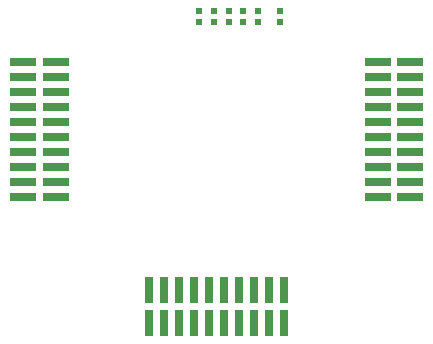
<source format=gbp>
G04 #@! TF.FileFunction,Paste,Bot*
%FSLAX46Y46*%
G04 Gerber Fmt 4.6, Leading zero omitted, Abs format (unit mm)*
G04 Created by KiCad (PCBNEW 4.0.2+e4-6225~38~ubuntu14.04.1-stable) date Mon 27 Jun 2016 21:44:47 BST*
%MOMM*%
G01*
G04 APERTURE LIST*
%ADD10C,0.100000*%
%ADD11R,2.220000X0.740000*%
%ADD12R,0.740000X2.220000*%
%ADD13R,0.620000X0.620000*%
G04 APERTURE END LIST*
D10*
D11*
X83635000Y-94285000D03*
X86365000Y-94285000D03*
X83635000Y-95555000D03*
X86365000Y-95555000D03*
X83635000Y-96825000D03*
X86365000Y-96825000D03*
X83635000Y-98095000D03*
X86365000Y-98095000D03*
X83635000Y-99365000D03*
X86365000Y-99365000D03*
X83635000Y-100635000D03*
X86365000Y-100635000D03*
X83635000Y-101905000D03*
X86365000Y-101905000D03*
X83635000Y-103175000D03*
X86365000Y-103175000D03*
X83635000Y-104445000D03*
X86365000Y-104445000D03*
X83635000Y-105715000D03*
X86365000Y-105715000D03*
X113635000Y-94285000D03*
X116365000Y-94285000D03*
X113635000Y-95555000D03*
X116365000Y-95555000D03*
X113635000Y-96825000D03*
X116365000Y-96825000D03*
X113635000Y-98095000D03*
X116365000Y-98095000D03*
X113635000Y-99365000D03*
X116365000Y-99365000D03*
X113635000Y-100635000D03*
X116365000Y-100635000D03*
X113635000Y-101905000D03*
X116365000Y-101905000D03*
X113635000Y-103175000D03*
X116365000Y-103175000D03*
X113635000Y-104445000D03*
X116365000Y-104445000D03*
X113635000Y-105715000D03*
X116365000Y-105715000D03*
D12*
X94285000Y-116365000D03*
X94285000Y-113635000D03*
X95555000Y-116365000D03*
X95555000Y-113635000D03*
X96825000Y-116365000D03*
X96825000Y-113635000D03*
X98095000Y-116365000D03*
X98095000Y-113635000D03*
X99365000Y-116365000D03*
X99365000Y-113635000D03*
X100635000Y-116365000D03*
X100635000Y-113635000D03*
X101905000Y-116365000D03*
X101905000Y-113635000D03*
X103175000Y-116365000D03*
X103175000Y-113635000D03*
X104445000Y-116365000D03*
X104445000Y-113635000D03*
X105715000Y-116365000D03*
X105715000Y-113635000D03*
D13*
X103500000Y-90000000D03*
X103500000Y-90900000D03*
X102250000Y-90000000D03*
X102250000Y-90900000D03*
X101000000Y-90000000D03*
X101000000Y-90900000D03*
X99750000Y-90000000D03*
X99750000Y-90900000D03*
X98500000Y-90000000D03*
X98500000Y-90900000D03*
X105350000Y-90000000D03*
X105350000Y-90900000D03*
M02*

</source>
